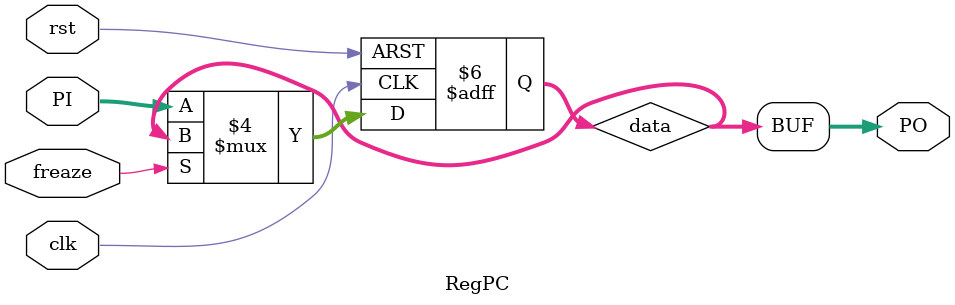
<source format=v>
module RegPC #(parameter dataSize=32) (input clk, rst, freaze, input [dataSize-1:0] PI, output [dataSize-1:0] PO);
    reg [dataSize-1:0] data = 32'd0;
    
    always @(posedge clk, posedge rst) begin 
        if (rst) 
            data <= {dataSize{1'b0}};
        else if(~freaze) data <= PI;
    end

    assign PO = data;

endmodule
</source>
